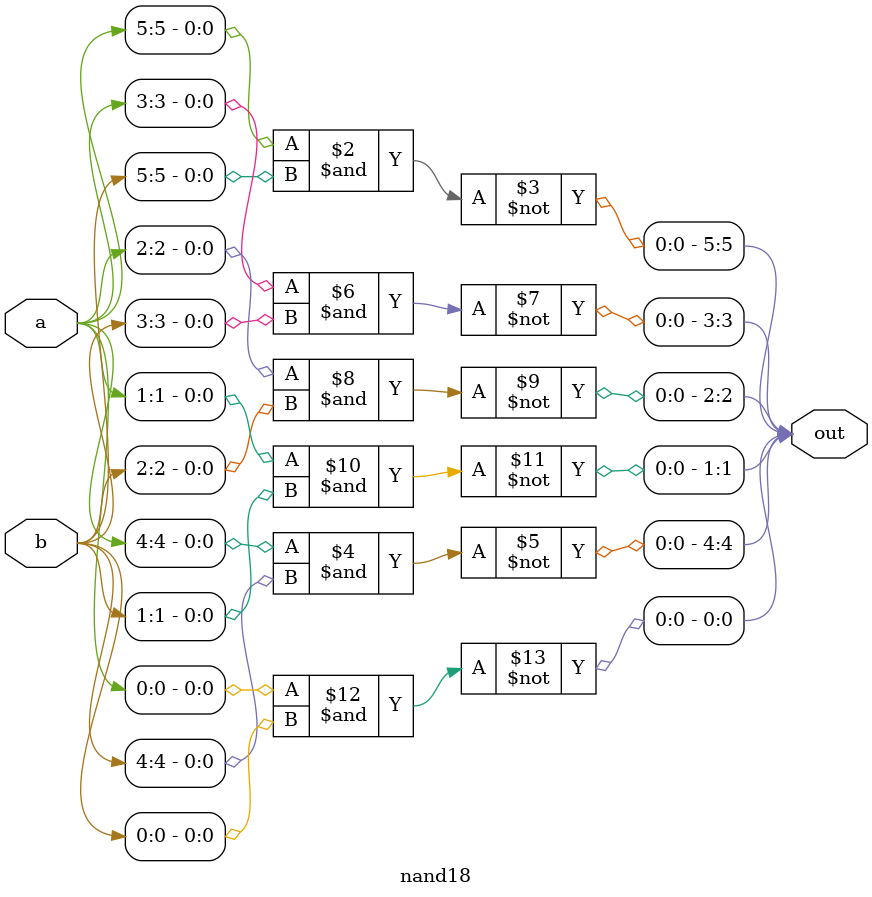
<source format=v>
module nand18 (
    input wire [5:0] a,
    input wire [5:0] b,
    output reg [5:0] out
);

always @(*) begin

    out[5] = ~(a[5] & b[5]);
    out[4] = ~(a[4] & b[4]);

    out[3] = ~(a[3] & b[3]);
    out[2] = ~(a[2] & b[2]);
    out[1] = ~(a[1] & b[1]);
    out[0] = ~(a[0] & b[0]);

end


endmodule
</source>
